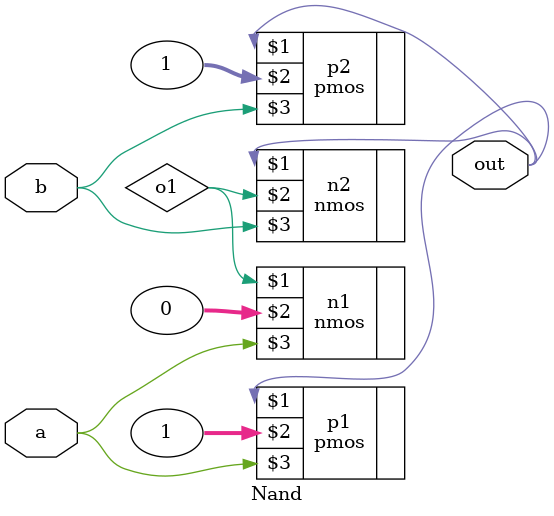
<source format=v>
module Nand(input a, b, output out);
    nmos n1(o1, 0, a);
    nmos n2(out, o1, b);

    pmos p1(out, 1, a);
    pmos p2(out, 1, b);
endmodule
</source>
